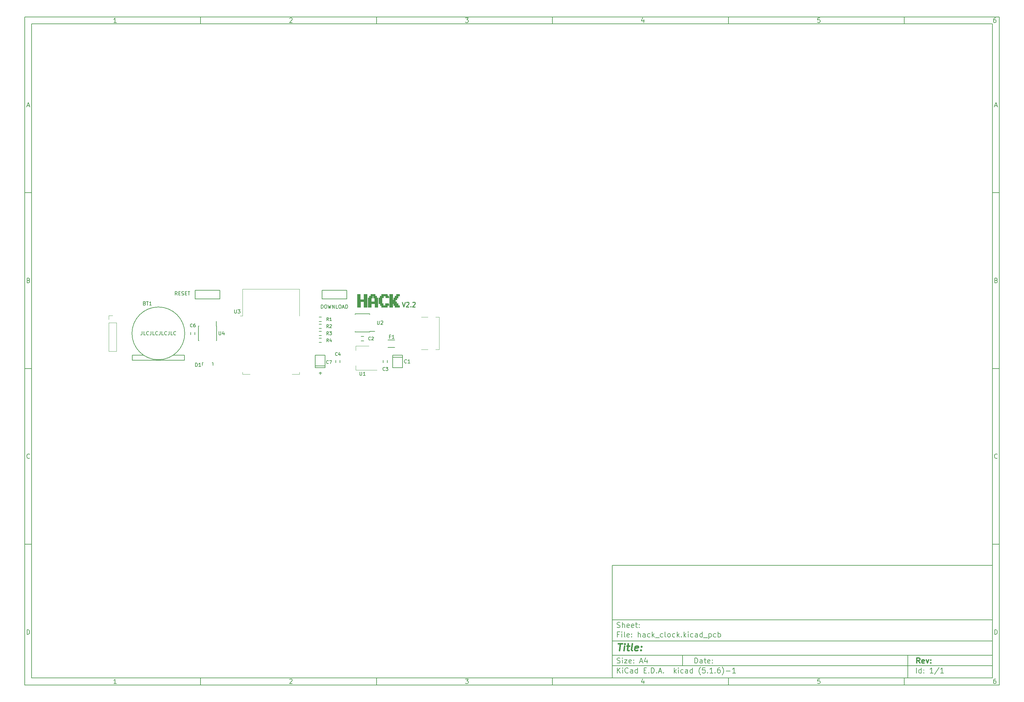
<source format=gto>
G04 #@! TF.GenerationSoftware,KiCad,Pcbnew,(5.1.6)-1*
G04 #@! TF.CreationDate,2020-07-24T11:40:27+08:00*
G04 #@! TF.ProjectId,hack_clock,6861636b-5f63-46c6-9f63-6b2e6b696361,rev?*
G04 #@! TF.SameCoordinates,Original*
G04 #@! TF.FileFunction,Legend,Top*
G04 #@! TF.FilePolarity,Positive*
%FSLAX46Y46*%
G04 Gerber Fmt 4.6, Leading zero omitted, Abs format (unit mm)*
G04 Created by KiCad (PCBNEW (5.1.6)-1) date 2020-07-24 11:40:27*
%MOMM*%
%LPD*%
G01*
G04 APERTURE LIST*
%ADD10C,0.150000*%
%ADD11C,0.300000*%
%ADD12C,0.400000*%
%ADD13C,0.280000*%
%ADD14C,0.200000*%
%ADD15C,0.180000*%
%ADD16C,0.120000*%
%ADD17C,0.010000*%
G04 APERTURE END LIST*
D10*
X177002200Y-166007200D02*
X177002200Y-198007200D01*
X285002200Y-198007200D01*
X285002200Y-166007200D01*
X177002200Y-166007200D01*
X10000000Y-10000000D02*
X10000000Y-200007200D01*
X287002200Y-200007200D01*
X287002200Y-10000000D01*
X10000000Y-10000000D01*
X12000000Y-12000000D02*
X12000000Y-198007200D01*
X285002200Y-198007200D01*
X285002200Y-12000000D01*
X12000000Y-12000000D01*
X60000000Y-12000000D02*
X60000000Y-10000000D01*
X110000000Y-12000000D02*
X110000000Y-10000000D01*
X160000000Y-12000000D02*
X160000000Y-10000000D01*
X210000000Y-12000000D02*
X210000000Y-10000000D01*
X260000000Y-12000000D02*
X260000000Y-10000000D01*
X36065476Y-11588095D02*
X35322619Y-11588095D01*
X35694047Y-11588095D02*
X35694047Y-10288095D01*
X35570238Y-10473809D01*
X35446428Y-10597619D01*
X35322619Y-10659523D01*
X85322619Y-10411904D02*
X85384523Y-10350000D01*
X85508333Y-10288095D01*
X85817857Y-10288095D01*
X85941666Y-10350000D01*
X86003571Y-10411904D01*
X86065476Y-10535714D01*
X86065476Y-10659523D01*
X86003571Y-10845238D01*
X85260714Y-11588095D01*
X86065476Y-11588095D01*
X135260714Y-10288095D02*
X136065476Y-10288095D01*
X135632142Y-10783333D01*
X135817857Y-10783333D01*
X135941666Y-10845238D01*
X136003571Y-10907142D01*
X136065476Y-11030952D01*
X136065476Y-11340476D01*
X136003571Y-11464285D01*
X135941666Y-11526190D01*
X135817857Y-11588095D01*
X135446428Y-11588095D01*
X135322619Y-11526190D01*
X135260714Y-11464285D01*
X185941666Y-10721428D02*
X185941666Y-11588095D01*
X185632142Y-10226190D02*
X185322619Y-11154761D01*
X186127380Y-11154761D01*
X236003571Y-10288095D02*
X235384523Y-10288095D01*
X235322619Y-10907142D01*
X235384523Y-10845238D01*
X235508333Y-10783333D01*
X235817857Y-10783333D01*
X235941666Y-10845238D01*
X236003571Y-10907142D01*
X236065476Y-11030952D01*
X236065476Y-11340476D01*
X236003571Y-11464285D01*
X235941666Y-11526190D01*
X235817857Y-11588095D01*
X235508333Y-11588095D01*
X235384523Y-11526190D01*
X235322619Y-11464285D01*
X285941666Y-10288095D02*
X285694047Y-10288095D01*
X285570238Y-10350000D01*
X285508333Y-10411904D01*
X285384523Y-10597619D01*
X285322619Y-10845238D01*
X285322619Y-11340476D01*
X285384523Y-11464285D01*
X285446428Y-11526190D01*
X285570238Y-11588095D01*
X285817857Y-11588095D01*
X285941666Y-11526190D01*
X286003571Y-11464285D01*
X286065476Y-11340476D01*
X286065476Y-11030952D01*
X286003571Y-10907142D01*
X285941666Y-10845238D01*
X285817857Y-10783333D01*
X285570238Y-10783333D01*
X285446428Y-10845238D01*
X285384523Y-10907142D01*
X285322619Y-11030952D01*
X60000000Y-198007200D02*
X60000000Y-200007200D01*
X110000000Y-198007200D02*
X110000000Y-200007200D01*
X160000000Y-198007200D02*
X160000000Y-200007200D01*
X210000000Y-198007200D02*
X210000000Y-200007200D01*
X260000000Y-198007200D02*
X260000000Y-200007200D01*
X36065476Y-199595295D02*
X35322619Y-199595295D01*
X35694047Y-199595295D02*
X35694047Y-198295295D01*
X35570238Y-198481009D01*
X35446428Y-198604819D01*
X35322619Y-198666723D01*
X85322619Y-198419104D02*
X85384523Y-198357200D01*
X85508333Y-198295295D01*
X85817857Y-198295295D01*
X85941666Y-198357200D01*
X86003571Y-198419104D01*
X86065476Y-198542914D01*
X86065476Y-198666723D01*
X86003571Y-198852438D01*
X85260714Y-199595295D01*
X86065476Y-199595295D01*
X135260714Y-198295295D02*
X136065476Y-198295295D01*
X135632142Y-198790533D01*
X135817857Y-198790533D01*
X135941666Y-198852438D01*
X136003571Y-198914342D01*
X136065476Y-199038152D01*
X136065476Y-199347676D01*
X136003571Y-199471485D01*
X135941666Y-199533390D01*
X135817857Y-199595295D01*
X135446428Y-199595295D01*
X135322619Y-199533390D01*
X135260714Y-199471485D01*
X185941666Y-198728628D02*
X185941666Y-199595295D01*
X185632142Y-198233390D02*
X185322619Y-199161961D01*
X186127380Y-199161961D01*
X236003571Y-198295295D02*
X235384523Y-198295295D01*
X235322619Y-198914342D01*
X235384523Y-198852438D01*
X235508333Y-198790533D01*
X235817857Y-198790533D01*
X235941666Y-198852438D01*
X236003571Y-198914342D01*
X236065476Y-199038152D01*
X236065476Y-199347676D01*
X236003571Y-199471485D01*
X235941666Y-199533390D01*
X235817857Y-199595295D01*
X235508333Y-199595295D01*
X235384523Y-199533390D01*
X235322619Y-199471485D01*
X285941666Y-198295295D02*
X285694047Y-198295295D01*
X285570238Y-198357200D01*
X285508333Y-198419104D01*
X285384523Y-198604819D01*
X285322619Y-198852438D01*
X285322619Y-199347676D01*
X285384523Y-199471485D01*
X285446428Y-199533390D01*
X285570238Y-199595295D01*
X285817857Y-199595295D01*
X285941666Y-199533390D01*
X286003571Y-199471485D01*
X286065476Y-199347676D01*
X286065476Y-199038152D01*
X286003571Y-198914342D01*
X285941666Y-198852438D01*
X285817857Y-198790533D01*
X285570238Y-198790533D01*
X285446428Y-198852438D01*
X285384523Y-198914342D01*
X285322619Y-199038152D01*
X10000000Y-60000000D02*
X12000000Y-60000000D01*
X10000000Y-110000000D02*
X12000000Y-110000000D01*
X10000000Y-160000000D02*
X12000000Y-160000000D01*
X10690476Y-35216666D02*
X11309523Y-35216666D01*
X10566666Y-35588095D02*
X11000000Y-34288095D01*
X11433333Y-35588095D01*
X11092857Y-84907142D02*
X11278571Y-84969047D01*
X11340476Y-85030952D01*
X11402380Y-85154761D01*
X11402380Y-85340476D01*
X11340476Y-85464285D01*
X11278571Y-85526190D01*
X11154761Y-85588095D01*
X10659523Y-85588095D01*
X10659523Y-84288095D01*
X11092857Y-84288095D01*
X11216666Y-84350000D01*
X11278571Y-84411904D01*
X11340476Y-84535714D01*
X11340476Y-84659523D01*
X11278571Y-84783333D01*
X11216666Y-84845238D01*
X11092857Y-84907142D01*
X10659523Y-84907142D01*
X11402380Y-135464285D02*
X11340476Y-135526190D01*
X11154761Y-135588095D01*
X11030952Y-135588095D01*
X10845238Y-135526190D01*
X10721428Y-135402380D01*
X10659523Y-135278571D01*
X10597619Y-135030952D01*
X10597619Y-134845238D01*
X10659523Y-134597619D01*
X10721428Y-134473809D01*
X10845238Y-134350000D01*
X11030952Y-134288095D01*
X11154761Y-134288095D01*
X11340476Y-134350000D01*
X11402380Y-134411904D01*
X10659523Y-185588095D02*
X10659523Y-184288095D01*
X10969047Y-184288095D01*
X11154761Y-184350000D01*
X11278571Y-184473809D01*
X11340476Y-184597619D01*
X11402380Y-184845238D01*
X11402380Y-185030952D01*
X11340476Y-185278571D01*
X11278571Y-185402380D01*
X11154761Y-185526190D01*
X10969047Y-185588095D01*
X10659523Y-185588095D01*
X287002200Y-60000000D02*
X285002200Y-60000000D01*
X287002200Y-110000000D02*
X285002200Y-110000000D01*
X287002200Y-160000000D02*
X285002200Y-160000000D01*
X285692676Y-35216666D02*
X286311723Y-35216666D01*
X285568866Y-35588095D02*
X286002200Y-34288095D01*
X286435533Y-35588095D01*
X286095057Y-84907142D02*
X286280771Y-84969047D01*
X286342676Y-85030952D01*
X286404580Y-85154761D01*
X286404580Y-85340476D01*
X286342676Y-85464285D01*
X286280771Y-85526190D01*
X286156961Y-85588095D01*
X285661723Y-85588095D01*
X285661723Y-84288095D01*
X286095057Y-84288095D01*
X286218866Y-84350000D01*
X286280771Y-84411904D01*
X286342676Y-84535714D01*
X286342676Y-84659523D01*
X286280771Y-84783333D01*
X286218866Y-84845238D01*
X286095057Y-84907142D01*
X285661723Y-84907142D01*
X286404580Y-135464285D02*
X286342676Y-135526190D01*
X286156961Y-135588095D01*
X286033152Y-135588095D01*
X285847438Y-135526190D01*
X285723628Y-135402380D01*
X285661723Y-135278571D01*
X285599819Y-135030952D01*
X285599819Y-134845238D01*
X285661723Y-134597619D01*
X285723628Y-134473809D01*
X285847438Y-134350000D01*
X286033152Y-134288095D01*
X286156961Y-134288095D01*
X286342676Y-134350000D01*
X286404580Y-134411904D01*
X285661723Y-185588095D02*
X285661723Y-184288095D01*
X285971247Y-184288095D01*
X286156961Y-184350000D01*
X286280771Y-184473809D01*
X286342676Y-184597619D01*
X286404580Y-184845238D01*
X286404580Y-185030952D01*
X286342676Y-185278571D01*
X286280771Y-185402380D01*
X286156961Y-185526190D01*
X285971247Y-185588095D01*
X285661723Y-185588095D01*
X200434342Y-193785771D02*
X200434342Y-192285771D01*
X200791485Y-192285771D01*
X201005771Y-192357200D01*
X201148628Y-192500057D01*
X201220057Y-192642914D01*
X201291485Y-192928628D01*
X201291485Y-193142914D01*
X201220057Y-193428628D01*
X201148628Y-193571485D01*
X201005771Y-193714342D01*
X200791485Y-193785771D01*
X200434342Y-193785771D01*
X202577200Y-193785771D02*
X202577200Y-193000057D01*
X202505771Y-192857200D01*
X202362914Y-192785771D01*
X202077200Y-192785771D01*
X201934342Y-192857200D01*
X202577200Y-193714342D02*
X202434342Y-193785771D01*
X202077200Y-193785771D01*
X201934342Y-193714342D01*
X201862914Y-193571485D01*
X201862914Y-193428628D01*
X201934342Y-193285771D01*
X202077200Y-193214342D01*
X202434342Y-193214342D01*
X202577200Y-193142914D01*
X203077200Y-192785771D02*
X203648628Y-192785771D01*
X203291485Y-192285771D02*
X203291485Y-193571485D01*
X203362914Y-193714342D01*
X203505771Y-193785771D01*
X203648628Y-193785771D01*
X204720057Y-193714342D02*
X204577200Y-193785771D01*
X204291485Y-193785771D01*
X204148628Y-193714342D01*
X204077200Y-193571485D01*
X204077200Y-193000057D01*
X204148628Y-192857200D01*
X204291485Y-192785771D01*
X204577200Y-192785771D01*
X204720057Y-192857200D01*
X204791485Y-193000057D01*
X204791485Y-193142914D01*
X204077200Y-193285771D01*
X205434342Y-193642914D02*
X205505771Y-193714342D01*
X205434342Y-193785771D01*
X205362914Y-193714342D01*
X205434342Y-193642914D01*
X205434342Y-193785771D01*
X205434342Y-192857200D02*
X205505771Y-192928628D01*
X205434342Y-193000057D01*
X205362914Y-192928628D01*
X205434342Y-192857200D01*
X205434342Y-193000057D01*
X177002200Y-194507200D02*
X285002200Y-194507200D01*
X178434342Y-196585771D02*
X178434342Y-195085771D01*
X179291485Y-196585771D02*
X178648628Y-195728628D01*
X179291485Y-195085771D02*
X178434342Y-195942914D01*
X179934342Y-196585771D02*
X179934342Y-195585771D01*
X179934342Y-195085771D02*
X179862914Y-195157200D01*
X179934342Y-195228628D01*
X180005771Y-195157200D01*
X179934342Y-195085771D01*
X179934342Y-195228628D01*
X181505771Y-196442914D02*
X181434342Y-196514342D01*
X181220057Y-196585771D01*
X181077200Y-196585771D01*
X180862914Y-196514342D01*
X180720057Y-196371485D01*
X180648628Y-196228628D01*
X180577200Y-195942914D01*
X180577200Y-195728628D01*
X180648628Y-195442914D01*
X180720057Y-195300057D01*
X180862914Y-195157200D01*
X181077200Y-195085771D01*
X181220057Y-195085771D01*
X181434342Y-195157200D01*
X181505771Y-195228628D01*
X182791485Y-196585771D02*
X182791485Y-195800057D01*
X182720057Y-195657200D01*
X182577200Y-195585771D01*
X182291485Y-195585771D01*
X182148628Y-195657200D01*
X182791485Y-196514342D02*
X182648628Y-196585771D01*
X182291485Y-196585771D01*
X182148628Y-196514342D01*
X182077200Y-196371485D01*
X182077200Y-196228628D01*
X182148628Y-196085771D01*
X182291485Y-196014342D01*
X182648628Y-196014342D01*
X182791485Y-195942914D01*
X184148628Y-196585771D02*
X184148628Y-195085771D01*
X184148628Y-196514342D02*
X184005771Y-196585771D01*
X183720057Y-196585771D01*
X183577200Y-196514342D01*
X183505771Y-196442914D01*
X183434342Y-196300057D01*
X183434342Y-195871485D01*
X183505771Y-195728628D01*
X183577200Y-195657200D01*
X183720057Y-195585771D01*
X184005771Y-195585771D01*
X184148628Y-195657200D01*
X186005771Y-195800057D02*
X186505771Y-195800057D01*
X186720057Y-196585771D02*
X186005771Y-196585771D01*
X186005771Y-195085771D01*
X186720057Y-195085771D01*
X187362914Y-196442914D02*
X187434342Y-196514342D01*
X187362914Y-196585771D01*
X187291485Y-196514342D01*
X187362914Y-196442914D01*
X187362914Y-196585771D01*
X188077200Y-196585771D02*
X188077200Y-195085771D01*
X188434342Y-195085771D01*
X188648628Y-195157200D01*
X188791485Y-195300057D01*
X188862914Y-195442914D01*
X188934342Y-195728628D01*
X188934342Y-195942914D01*
X188862914Y-196228628D01*
X188791485Y-196371485D01*
X188648628Y-196514342D01*
X188434342Y-196585771D01*
X188077200Y-196585771D01*
X189577200Y-196442914D02*
X189648628Y-196514342D01*
X189577200Y-196585771D01*
X189505771Y-196514342D01*
X189577200Y-196442914D01*
X189577200Y-196585771D01*
X190220057Y-196157200D02*
X190934342Y-196157200D01*
X190077200Y-196585771D02*
X190577200Y-195085771D01*
X191077200Y-196585771D01*
X191577200Y-196442914D02*
X191648628Y-196514342D01*
X191577200Y-196585771D01*
X191505771Y-196514342D01*
X191577200Y-196442914D01*
X191577200Y-196585771D01*
X194577200Y-196585771D02*
X194577200Y-195085771D01*
X194720057Y-196014342D02*
X195148628Y-196585771D01*
X195148628Y-195585771D02*
X194577200Y-196157200D01*
X195791485Y-196585771D02*
X195791485Y-195585771D01*
X195791485Y-195085771D02*
X195720057Y-195157200D01*
X195791485Y-195228628D01*
X195862914Y-195157200D01*
X195791485Y-195085771D01*
X195791485Y-195228628D01*
X197148628Y-196514342D02*
X197005771Y-196585771D01*
X196720057Y-196585771D01*
X196577200Y-196514342D01*
X196505771Y-196442914D01*
X196434342Y-196300057D01*
X196434342Y-195871485D01*
X196505771Y-195728628D01*
X196577200Y-195657200D01*
X196720057Y-195585771D01*
X197005771Y-195585771D01*
X197148628Y-195657200D01*
X198434342Y-196585771D02*
X198434342Y-195800057D01*
X198362914Y-195657200D01*
X198220057Y-195585771D01*
X197934342Y-195585771D01*
X197791485Y-195657200D01*
X198434342Y-196514342D02*
X198291485Y-196585771D01*
X197934342Y-196585771D01*
X197791485Y-196514342D01*
X197720057Y-196371485D01*
X197720057Y-196228628D01*
X197791485Y-196085771D01*
X197934342Y-196014342D01*
X198291485Y-196014342D01*
X198434342Y-195942914D01*
X199791485Y-196585771D02*
X199791485Y-195085771D01*
X199791485Y-196514342D02*
X199648628Y-196585771D01*
X199362914Y-196585771D01*
X199220057Y-196514342D01*
X199148628Y-196442914D01*
X199077200Y-196300057D01*
X199077200Y-195871485D01*
X199148628Y-195728628D01*
X199220057Y-195657200D01*
X199362914Y-195585771D01*
X199648628Y-195585771D01*
X199791485Y-195657200D01*
X202077200Y-197157200D02*
X202005771Y-197085771D01*
X201862914Y-196871485D01*
X201791485Y-196728628D01*
X201720057Y-196514342D01*
X201648628Y-196157200D01*
X201648628Y-195871485D01*
X201720057Y-195514342D01*
X201791485Y-195300057D01*
X201862914Y-195157200D01*
X202005771Y-194942914D01*
X202077200Y-194871485D01*
X203362914Y-195085771D02*
X202648628Y-195085771D01*
X202577200Y-195800057D01*
X202648628Y-195728628D01*
X202791485Y-195657200D01*
X203148628Y-195657200D01*
X203291485Y-195728628D01*
X203362914Y-195800057D01*
X203434342Y-195942914D01*
X203434342Y-196300057D01*
X203362914Y-196442914D01*
X203291485Y-196514342D01*
X203148628Y-196585771D01*
X202791485Y-196585771D01*
X202648628Y-196514342D01*
X202577200Y-196442914D01*
X204077200Y-196442914D02*
X204148628Y-196514342D01*
X204077200Y-196585771D01*
X204005771Y-196514342D01*
X204077200Y-196442914D01*
X204077200Y-196585771D01*
X205577200Y-196585771D02*
X204720057Y-196585771D01*
X205148628Y-196585771D02*
X205148628Y-195085771D01*
X205005771Y-195300057D01*
X204862914Y-195442914D01*
X204720057Y-195514342D01*
X206220057Y-196442914D02*
X206291485Y-196514342D01*
X206220057Y-196585771D01*
X206148628Y-196514342D01*
X206220057Y-196442914D01*
X206220057Y-196585771D01*
X207577200Y-195085771D02*
X207291485Y-195085771D01*
X207148628Y-195157200D01*
X207077200Y-195228628D01*
X206934342Y-195442914D01*
X206862914Y-195728628D01*
X206862914Y-196300057D01*
X206934342Y-196442914D01*
X207005771Y-196514342D01*
X207148628Y-196585771D01*
X207434342Y-196585771D01*
X207577200Y-196514342D01*
X207648628Y-196442914D01*
X207720057Y-196300057D01*
X207720057Y-195942914D01*
X207648628Y-195800057D01*
X207577200Y-195728628D01*
X207434342Y-195657200D01*
X207148628Y-195657200D01*
X207005771Y-195728628D01*
X206934342Y-195800057D01*
X206862914Y-195942914D01*
X208220057Y-197157200D02*
X208291485Y-197085771D01*
X208434342Y-196871485D01*
X208505771Y-196728628D01*
X208577200Y-196514342D01*
X208648628Y-196157200D01*
X208648628Y-195871485D01*
X208577200Y-195514342D01*
X208505771Y-195300057D01*
X208434342Y-195157200D01*
X208291485Y-194942914D01*
X208220057Y-194871485D01*
X209362914Y-196014342D02*
X210505771Y-196014342D01*
X212005771Y-196585771D02*
X211148628Y-196585771D01*
X211577200Y-196585771D02*
X211577200Y-195085771D01*
X211434342Y-195300057D01*
X211291485Y-195442914D01*
X211148628Y-195514342D01*
X177002200Y-191507200D02*
X285002200Y-191507200D01*
D11*
X264411485Y-193785771D02*
X263911485Y-193071485D01*
X263554342Y-193785771D02*
X263554342Y-192285771D01*
X264125771Y-192285771D01*
X264268628Y-192357200D01*
X264340057Y-192428628D01*
X264411485Y-192571485D01*
X264411485Y-192785771D01*
X264340057Y-192928628D01*
X264268628Y-193000057D01*
X264125771Y-193071485D01*
X263554342Y-193071485D01*
X265625771Y-193714342D02*
X265482914Y-193785771D01*
X265197200Y-193785771D01*
X265054342Y-193714342D01*
X264982914Y-193571485D01*
X264982914Y-193000057D01*
X265054342Y-192857200D01*
X265197200Y-192785771D01*
X265482914Y-192785771D01*
X265625771Y-192857200D01*
X265697200Y-193000057D01*
X265697200Y-193142914D01*
X264982914Y-193285771D01*
X266197200Y-192785771D02*
X266554342Y-193785771D01*
X266911485Y-192785771D01*
X267482914Y-193642914D02*
X267554342Y-193714342D01*
X267482914Y-193785771D01*
X267411485Y-193714342D01*
X267482914Y-193642914D01*
X267482914Y-193785771D01*
X267482914Y-192857200D02*
X267554342Y-192928628D01*
X267482914Y-193000057D01*
X267411485Y-192928628D01*
X267482914Y-192857200D01*
X267482914Y-193000057D01*
D10*
X178362914Y-193714342D02*
X178577200Y-193785771D01*
X178934342Y-193785771D01*
X179077200Y-193714342D01*
X179148628Y-193642914D01*
X179220057Y-193500057D01*
X179220057Y-193357200D01*
X179148628Y-193214342D01*
X179077200Y-193142914D01*
X178934342Y-193071485D01*
X178648628Y-193000057D01*
X178505771Y-192928628D01*
X178434342Y-192857200D01*
X178362914Y-192714342D01*
X178362914Y-192571485D01*
X178434342Y-192428628D01*
X178505771Y-192357200D01*
X178648628Y-192285771D01*
X179005771Y-192285771D01*
X179220057Y-192357200D01*
X179862914Y-193785771D02*
X179862914Y-192785771D01*
X179862914Y-192285771D02*
X179791485Y-192357200D01*
X179862914Y-192428628D01*
X179934342Y-192357200D01*
X179862914Y-192285771D01*
X179862914Y-192428628D01*
X180434342Y-192785771D02*
X181220057Y-192785771D01*
X180434342Y-193785771D01*
X181220057Y-193785771D01*
X182362914Y-193714342D02*
X182220057Y-193785771D01*
X181934342Y-193785771D01*
X181791485Y-193714342D01*
X181720057Y-193571485D01*
X181720057Y-193000057D01*
X181791485Y-192857200D01*
X181934342Y-192785771D01*
X182220057Y-192785771D01*
X182362914Y-192857200D01*
X182434342Y-193000057D01*
X182434342Y-193142914D01*
X181720057Y-193285771D01*
X183077200Y-193642914D02*
X183148628Y-193714342D01*
X183077200Y-193785771D01*
X183005771Y-193714342D01*
X183077200Y-193642914D01*
X183077200Y-193785771D01*
X183077200Y-192857200D02*
X183148628Y-192928628D01*
X183077200Y-193000057D01*
X183005771Y-192928628D01*
X183077200Y-192857200D01*
X183077200Y-193000057D01*
X184862914Y-193357200D02*
X185577200Y-193357200D01*
X184720057Y-193785771D02*
X185220057Y-192285771D01*
X185720057Y-193785771D01*
X186862914Y-192785771D02*
X186862914Y-193785771D01*
X186505771Y-192214342D02*
X186148628Y-193285771D01*
X187077200Y-193285771D01*
X263434342Y-196585771D02*
X263434342Y-195085771D01*
X264791485Y-196585771D02*
X264791485Y-195085771D01*
X264791485Y-196514342D02*
X264648628Y-196585771D01*
X264362914Y-196585771D01*
X264220057Y-196514342D01*
X264148628Y-196442914D01*
X264077200Y-196300057D01*
X264077200Y-195871485D01*
X264148628Y-195728628D01*
X264220057Y-195657200D01*
X264362914Y-195585771D01*
X264648628Y-195585771D01*
X264791485Y-195657200D01*
X265505771Y-196442914D02*
X265577200Y-196514342D01*
X265505771Y-196585771D01*
X265434342Y-196514342D01*
X265505771Y-196442914D01*
X265505771Y-196585771D01*
X265505771Y-195657200D02*
X265577200Y-195728628D01*
X265505771Y-195800057D01*
X265434342Y-195728628D01*
X265505771Y-195657200D01*
X265505771Y-195800057D01*
X268148628Y-196585771D02*
X267291485Y-196585771D01*
X267720057Y-196585771D02*
X267720057Y-195085771D01*
X267577200Y-195300057D01*
X267434342Y-195442914D01*
X267291485Y-195514342D01*
X269862914Y-195014342D02*
X268577200Y-196942914D01*
X271148628Y-196585771D02*
X270291485Y-196585771D01*
X270720057Y-196585771D02*
X270720057Y-195085771D01*
X270577200Y-195300057D01*
X270434342Y-195442914D01*
X270291485Y-195514342D01*
X177002200Y-187507200D02*
X285002200Y-187507200D01*
D12*
X178714580Y-188211961D02*
X179857438Y-188211961D01*
X179036009Y-190211961D02*
X179286009Y-188211961D01*
X180274104Y-190211961D02*
X180440771Y-188878628D01*
X180524104Y-188211961D02*
X180416961Y-188307200D01*
X180500295Y-188402438D01*
X180607438Y-188307200D01*
X180524104Y-188211961D01*
X180500295Y-188402438D01*
X181107438Y-188878628D02*
X181869342Y-188878628D01*
X181476485Y-188211961D02*
X181262200Y-189926247D01*
X181333628Y-190116723D01*
X181512200Y-190211961D01*
X181702676Y-190211961D01*
X182655057Y-190211961D02*
X182476485Y-190116723D01*
X182405057Y-189926247D01*
X182619342Y-188211961D01*
X184190771Y-190116723D02*
X183988390Y-190211961D01*
X183607438Y-190211961D01*
X183428866Y-190116723D01*
X183357438Y-189926247D01*
X183452676Y-189164342D01*
X183571723Y-188973866D01*
X183774104Y-188878628D01*
X184155057Y-188878628D01*
X184333628Y-188973866D01*
X184405057Y-189164342D01*
X184381247Y-189354819D01*
X183405057Y-189545295D01*
X185155057Y-190021485D02*
X185238390Y-190116723D01*
X185131247Y-190211961D01*
X185047914Y-190116723D01*
X185155057Y-190021485D01*
X185131247Y-190211961D01*
X185286009Y-188973866D02*
X185369342Y-189069104D01*
X185262200Y-189164342D01*
X185178866Y-189069104D01*
X185286009Y-188973866D01*
X185262200Y-189164342D01*
D10*
X178934342Y-185600057D02*
X178434342Y-185600057D01*
X178434342Y-186385771D02*
X178434342Y-184885771D01*
X179148628Y-184885771D01*
X179720057Y-186385771D02*
X179720057Y-185385771D01*
X179720057Y-184885771D02*
X179648628Y-184957200D01*
X179720057Y-185028628D01*
X179791485Y-184957200D01*
X179720057Y-184885771D01*
X179720057Y-185028628D01*
X180648628Y-186385771D02*
X180505771Y-186314342D01*
X180434342Y-186171485D01*
X180434342Y-184885771D01*
X181791485Y-186314342D02*
X181648628Y-186385771D01*
X181362914Y-186385771D01*
X181220057Y-186314342D01*
X181148628Y-186171485D01*
X181148628Y-185600057D01*
X181220057Y-185457200D01*
X181362914Y-185385771D01*
X181648628Y-185385771D01*
X181791485Y-185457200D01*
X181862914Y-185600057D01*
X181862914Y-185742914D01*
X181148628Y-185885771D01*
X182505771Y-186242914D02*
X182577200Y-186314342D01*
X182505771Y-186385771D01*
X182434342Y-186314342D01*
X182505771Y-186242914D01*
X182505771Y-186385771D01*
X182505771Y-185457200D02*
X182577200Y-185528628D01*
X182505771Y-185600057D01*
X182434342Y-185528628D01*
X182505771Y-185457200D01*
X182505771Y-185600057D01*
X184362914Y-186385771D02*
X184362914Y-184885771D01*
X185005771Y-186385771D02*
X185005771Y-185600057D01*
X184934342Y-185457200D01*
X184791485Y-185385771D01*
X184577200Y-185385771D01*
X184434342Y-185457200D01*
X184362914Y-185528628D01*
X186362914Y-186385771D02*
X186362914Y-185600057D01*
X186291485Y-185457200D01*
X186148628Y-185385771D01*
X185862914Y-185385771D01*
X185720057Y-185457200D01*
X186362914Y-186314342D02*
X186220057Y-186385771D01*
X185862914Y-186385771D01*
X185720057Y-186314342D01*
X185648628Y-186171485D01*
X185648628Y-186028628D01*
X185720057Y-185885771D01*
X185862914Y-185814342D01*
X186220057Y-185814342D01*
X186362914Y-185742914D01*
X187720057Y-186314342D02*
X187577200Y-186385771D01*
X187291485Y-186385771D01*
X187148628Y-186314342D01*
X187077200Y-186242914D01*
X187005771Y-186100057D01*
X187005771Y-185671485D01*
X187077200Y-185528628D01*
X187148628Y-185457200D01*
X187291485Y-185385771D01*
X187577200Y-185385771D01*
X187720057Y-185457200D01*
X188362914Y-186385771D02*
X188362914Y-184885771D01*
X188505771Y-185814342D02*
X188934342Y-186385771D01*
X188934342Y-185385771D02*
X188362914Y-185957200D01*
X189220057Y-186528628D02*
X190362914Y-186528628D01*
X191362914Y-186314342D02*
X191220057Y-186385771D01*
X190934342Y-186385771D01*
X190791485Y-186314342D01*
X190720057Y-186242914D01*
X190648628Y-186100057D01*
X190648628Y-185671485D01*
X190720057Y-185528628D01*
X190791485Y-185457200D01*
X190934342Y-185385771D01*
X191220057Y-185385771D01*
X191362914Y-185457200D01*
X192220057Y-186385771D02*
X192077200Y-186314342D01*
X192005771Y-186171485D01*
X192005771Y-184885771D01*
X193005771Y-186385771D02*
X192862914Y-186314342D01*
X192791485Y-186242914D01*
X192720057Y-186100057D01*
X192720057Y-185671485D01*
X192791485Y-185528628D01*
X192862914Y-185457200D01*
X193005771Y-185385771D01*
X193220057Y-185385771D01*
X193362914Y-185457200D01*
X193434342Y-185528628D01*
X193505771Y-185671485D01*
X193505771Y-186100057D01*
X193434342Y-186242914D01*
X193362914Y-186314342D01*
X193220057Y-186385771D01*
X193005771Y-186385771D01*
X194791485Y-186314342D02*
X194648628Y-186385771D01*
X194362914Y-186385771D01*
X194220057Y-186314342D01*
X194148628Y-186242914D01*
X194077200Y-186100057D01*
X194077200Y-185671485D01*
X194148628Y-185528628D01*
X194220057Y-185457200D01*
X194362914Y-185385771D01*
X194648628Y-185385771D01*
X194791485Y-185457200D01*
X195434342Y-186385771D02*
X195434342Y-184885771D01*
X195577200Y-185814342D02*
X196005771Y-186385771D01*
X196005771Y-185385771D02*
X195434342Y-185957200D01*
X196648628Y-186242914D02*
X196720057Y-186314342D01*
X196648628Y-186385771D01*
X196577200Y-186314342D01*
X196648628Y-186242914D01*
X196648628Y-186385771D01*
X197362914Y-186385771D02*
X197362914Y-184885771D01*
X197505771Y-185814342D02*
X197934342Y-186385771D01*
X197934342Y-185385771D02*
X197362914Y-185957200D01*
X198577200Y-186385771D02*
X198577200Y-185385771D01*
X198577200Y-184885771D02*
X198505771Y-184957200D01*
X198577200Y-185028628D01*
X198648628Y-184957200D01*
X198577200Y-184885771D01*
X198577200Y-185028628D01*
X199934342Y-186314342D02*
X199791485Y-186385771D01*
X199505771Y-186385771D01*
X199362914Y-186314342D01*
X199291485Y-186242914D01*
X199220057Y-186100057D01*
X199220057Y-185671485D01*
X199291485Y-185528628D01*
X199362914Y-185457200D01*
X199505771Y-185385771D01*
X199791485Y-185385771D01*
X199934342Y-185457200D01*
X201220057Y-186385771D02*
X201220057Y-185600057D01*
X201148628Y-185457200D01*
X201005771Y-185385771D01*
X200720057Y-185385771D01*
X200577200Y-185457200D01*
X201220057Y-186314342D02*
X201077200Y-186385771D01*
X200720057Y-186385771D01*
X200577200Y-186314342D01*
X200505771Y-186171485D01*
X200505771Y-186028628D01*
X200577200Y-185885771D01*
X200720057Y-185814342D01*
X201077200Y-185814342D01*
X201220057Y-185742914D01*
X202577200Y-186385771D02*
X202577200Y-184885771D01*
X202577200Y-186314342D02*
X202434342Y-186385771D01*
X202148628Y-186385771D01*
X202005771Y-186314342D01*
X201934342Y-186242914D01*
X201862914Y-186100057D01*
X201862914Y-185671485D01*
X201934342Y-185528628D01*
X202005771Y-185457200D01*
X202148628Y-185385771D01*
X202434342Y-185385771D01*
X202577200Y-185457200D01*
X202934342Y-186528628D02*
X204077200Y-186528628D01*
X204434342Y-185385771D02*
X204434342Y-186885771D01*
X204434342Y-185457200D02*
X204577200Y-185385771D01*
X204862914Y-185385771D01*
X205005771Y-185457200D01*
X205077200Y-185528628D01*
X205148628Y-185671485D01*
X205148628Y-186100057D01*
X205077200Y-186242914D01*
X205005771Y-186314342D01*
X204862914Y-186385771D01*
X204577200Y-186385771D01*
X204434342Y-186314342D01*
X206434342Y-186314342D02*
X206291485Y-186385771D01*
X206005771Y-186385771D01*
X205862914Y-186314342D01*
X205791485Y-186242914D01*
X205720057Y-186100057D01*
X205720057Y-185671485D01*
X205791485Y-185528628D01*
X205862914Y-185457200D01*
X206005771Y-185385771D01*
X206291485Y-185385771D01*
X206434342Y-185457200D01*
X207077200Y-186385771D02*
X207077200Y-184885771D01*
X207077200Y-185457200D02*
X207220057Y-185385771D01*
X207505771Y-185385771D01*
X207648628Y-185457200D01*
X207720057Y-185528628D01*
X207791485Y-185671485D01*
X207791485Y-186100057D01*
X207720057Y-186242914D01*
X207648628Y-186314342D01*
X207505771Y-186385771D01*
X207220057Y-186385771D01*
X207077200Y-186314342D01*
X177002200Y-181507200D02*
X285002200Y-181507200D01*
X178362914Y-183614342D02*
X178577200Y-183685771D01*
X178934342Y-183685771D01*
X179077200Y-183614342D01*
X179148628Y-183542914D01*
X179220057Y-183400057D01*
X179220057Y-183257200D01*
X179148628Y-183114342D01*
X179077200Y-183042914D01*
X178934342Y-182971485D01*
X178648628Y-182900057D01*
X178505771Y-182828628D01*
X178434342Y-182757200D01*
X178362914Y-182614342D01*
X178362914Y-182471485D01*
X178434342Y-182328628D01*
X178505771Y-182257200D01*
X178648628Y-182185771D01*
X179005771Y-182185771D01*
X179220057Y-182257200D01*
X179862914Y-183685771D02*
X179862914Y-182185771D01*
X180505771Y-183685771D02*
X180505771Y-182900057D01*
X180434342Y-182757200D01*
X180291485Y-182685771D01*
X180077200Y-182685771D01*
X179934342Y-182757200D01*
X179862914Y-182828628D01*
X181791485Y-183614342D02*
X181648628Y-183685771D01*
X181362914Y-183685771D01*
X181220057Y-183614342D01*
X181148628Y-183471485D01*
X181148628Y-182900057D01*
X181220057Y-182757200D01*
X181362914Y-182685771D01*
X181648628Y-182685771D01*
X181791485Y-182757200D01*
X181862914Y-182900057D01*
X181862914Y-183042914D01*
X181148628Y-183185771D01*
X183077200Y-183614342D02*
X182934342Y-183685771D01*
X182648628Y-183685771D01*
X182505771Y-183614342D01*
X182434342Y-183471485D01*
X182434342Y-182900057D01*
X182505771Y-182757200D01*
X182648628Y-182685771D01*
X182934342Y-182685771D01*
X183077200Y-182757200D01*
X183148628Y-182900057D01*
X183148628Y-183042914D01*
X182434342Y-183185771D01*
X183577200Y-182685771D02*
X184148628Y-182685771D01*
X183791485Y-182185771D02*
X183791485Y-183471485D01*
X183862914Y-183614342D01*
X184005771Y-183685771D01*
X184148628Y-183685771D01*
X184648628Y-183542914D02*
X184720057Y-183614342D01*
X184648628Y-183685771D01*
X184577200Y-183614342D01*
X184648628Y-183542914D01*
X184648628Y-183685771D01*
X184648628Y-182757200D02*
X184720057Y-182828628D01*
X184648628Y-182900057D01*
X184577200Y-182828628D01*
X184648628Y-182757200D01*
X184648628Y-182900057D01*
X197002200Y-191507200D02*
X197002200Y-194507200D01*
X261002200Y-191507200D02*
X261002200Y-198007200D01*
X93639047Y-111311428D02*
X94400952Y-111311428D01*
X94020000Y-111692380D02*
X94020000Y-110930476D01*
X43380952Y-99452380D02*
X43380952Y-100166666D01*
X43333333Y-100309523D01*
X43238095Y-100404761D01*
X43095238Y-100452380D01*
X43000000Y-100452380D01*
X44333333Y-100452380D02*
X43857142Y-100452380D01*
X43857142Y-99452380D01*
X45238095Y-100357142D02*
X45190476Y-100404761D01*
X45047619Y-100452380D01*
X44952380Y-100452380D01*
X44809523Y-100404761D01*
X44714285Y-100309523D01*
X44666666Y-100214285D01*
X44619047Y-100023809D01*
X44619047Y-99880952D01*
X44666666Y-99690476D01*
X44714285Y-99595238D01*
X44809523Y-99500000D01*
X44952380Y-99452380D01*
X45047619Y-99452380D01*
X45190476Y-99500000D01*
X45238095Y-99547619D01*
X45952380Y-99452380D02*
X45952380Y-100166666D01*
X45904761Y-100309523D01*
X45809523Y-100404761D01*
X45666666Y-100452380D01*
X45571428Y-100452380D01*
X46904761Y-100452380D02*
X46428571Y-100452380D01*
X46428571Y-99452380D01*
X47809523Y-100357142D02*
X47761904Y-100404761D01*
X47619047Y-100452380D01*
X47523809Y-100452380D01*
X47380952Y-100404761D01*
X47285714Y-100309523D01*
X47238095Y-100214285D01*
X47190476Y-100023809D01*
X47190476Y-99880952D01*
X47238095Y-99690476D01*
X47285714Y-99595238D01*
X47380952Y-99500000D01*
X47523809Y-99452380D01*
X47619047Y-99452380D01*
X47761904Y-99500000D01*
X47809523Y-99547619D01*
X48523809Y-99452380D02*
X48523809Y-100166666D01*
X48476190Y-100309523D01*
X48380952Y-100404761D01*
X48238095Y-100452380D01*
X48142857Y-100452380D01*
X49476190Y-100452380D02*
X49000000Y-100452380D01*
X49000000Y-99452380D01*
X50380952Y-100357142D02*
X50333333Y-100404761D01*
X50190476Y-100452380D01*
X50095238Y-100452380D01*
X49952380Y-100404761D01*
X49857142Y-100309523D01*
X49809523Y-100214285D01*
X49761904Y-100023809D01*
X49761904Y-99880952D01*
X49809523Y-99690476D01*
X49857142Y-99595238D01*
X49952380Y-99500000D01*
X50095238Y-99452380D01*
X50190476Y-99452380D01*
X50333333Y-99500000D01*
X50380952Y-99547619D01*
X51095238Y-99452380D02*
X51095238Y-100166666D01*
X51047619Y-100309523D01*
X50952380Y-100404761D01*
X50809523Y-100452380D01*
X50714285Y-100452380D01*
X52047619Y-100452380D02*
X51571428Y-100452380D01*
X51571428Y-99452380D01*
X52952380Y-100357142D02*
X52904761Y-100404761D01*
X52761904Y-100452380D01*
X52666666Y-100452380D01*
X52523809Y-100404761D01*
X52428571Y-100309523D01*
X52380952Y-100214285D01*
X52333333Y-100023809D01*
X52333333Y-99880952D01*
X52380952Y-99690476D01*
X52428571Y-99595238D01*
X52523809Y-99500000D01*
X52666666Y-99452380D01*
X52761904Y-99452380D01*
X52904761Y-99500000D01*
X52952380Y-99547619D01*
D13*
X117310476Y-91095238D02*
X117723809Y-92455238D01*
X118137142Y-91095238D01*
X118491428Y-91224761D02*
X118550476Y-91160000D01*
X118668571Y-91095238D01*
X118963809Y-91095238D01*
X119081904Y-91160000D01*
X119140952Y-91224761D01*
X119200000Y-91354285D01*
X119200000Y-91483809D01*
X119140952Y-91678095D01*
X118432380Y-92455238D01*
X119200000Y-92455238D01*
X119731428Y-92325714D02*
X119790476Y-92390476D01*
X119731428Y-92455238D01*
X119672380Y-92390476D01*
X119731428Y-92325714D01*
X119731428Y-92455238D01*
X120262857Y-91224761D02*
X120321904Y-91160000D01*
X120440000Y-91095238D01*
X120735238Y-91095238D01*
X120853333Y-91160000D01*
X120912380Y-91224761D01*
X120971428Y-91354285D01*
X120971428Y-91483809D01*
X120912380Y-91678095D01*
X120203809Y-92455238D01*
X120971428Y-92455238D01*
D14*
X53347619Y-89120580D02*
X53014285Y-88644390D01*
X52776190Y-89120580D02*
X52776190Y-88120580D01*
X53157142Y-88120580D01*
X53252380Y-88168200D01*
X53300000Y-88215819D01*
X53347619Y-88311057D01*
X53347619Y-88453914D01*
X53300000Y-88549152D01*
X53252380Y-88596771D01*
X53157142Y-88644390D01*
X52776190Y-88644390D01*
X53776190Y-88596771D02*
X54109523Y-88596771D01*
X54252380Y-89120580D02*
X53776190Y-89120580D01*
X53776190Y-88120580D01*
X54252380Y-88120580D01*
X54633333Y-89072961D02*
X54776190Y-89120580D01*
X55014285Y-89120580D01*
X55109523Y-89072961D01*
X55157142Y-89025342D01*
X55204761Y-88930104D01*
X55204761Y-88834866D01*
X55157142Y-88739628D01*
X55109523Y-88692009D01*
X55014285Y-88644390D01*
X54823809Y-88596771D01*
X54728571Y-88549152D01*
X54680952Y-88501533D01*
X54633333Y-88406295D01*
X54633333Y-88311057D01*
X54680952Y-88215819D01*
X54728571Y-88168200D01*
X54823809Y-88120580D01*
X55061904Y-88120580D01*
X55204761Y-88168200D01*
X55633333Y-88596771D02*
X55966666Y-88596771D01*
X56109523Y-89120580D02*
X55633333Y-89120580D01*
X55633333Y-88120580D01*
X56109523Y-88120580D01*
X56395238Y-88120580D02*
X56966666Y-88120580D01*
X56680952Y-89120580D02*
X56680952Y-88120580D01*
D15*
X94261904Y-92872380D02*
X94261904Y-91872380D01*
X94500000Y-91872380D01*
X94642857Y-91920000D01*
X94738095Y-92015238D01*
X94785714Y-92110476D01*
X94833333Y-92300952D01*
X94833333Y-92443809D01*
X94785714Y-92634285D01*
X94738095Y-92729523D01*
X94642857Y-92824761D01*
X94500000Y-92872380D01*
X94261904Y-92872380D01*
X95452380Y-91872380D02*
X95642857Y-91872380D01*
X95738095Y-91920000D01*
X95833333Y-92015238D01*
X95880952Y-92205714D01*
X95880952Y-92539047D01*
X95833333Y-92729523D01*
X95738095Y-92824761D01*
X95642857Y-92872380D01*
X95452380Y-92872380D01*
X95357142Y-92824761D01*
X95261904Y-92729523D01*
X95214285Y-92539047D01*
X95214285Y-92205714D01*
X95261904Y-92015238D01*
X95357142Y-91920000D01*
X95452380Y-91872380D01*
X96214285Y-91872380D02*
X96452380Y-92872380D01*
X96642857Y-92158095D01*
X96833333Y-92872380D01*
X97071428Y-91872380D01*
X97452380Y-92872380D02*
X97452380Y-91872380D01*
X98023809Y-92872380D01*
X98023809Y-91872380D01*
X98976190Y-92872380D02*
X98500000Y-92872380D01*
X98500000Y-91872380D01*
X99500000Y-91872380D02*
X99690476Y-91872380D01*
X99785714Y-91920000D01*
X99880952Y-92015238D01*
X99928571Y-92205714D01*
X99928571Y-92539047D01*
X99880952Y-92729523D01*
X99785714Y-92824761D01*
X99690476Y-92872380D01*
X99500000Y-92872380D01*
X99404761Y-92824761D01*
X99309523Y-92729523D01*
X99261904Y-92539047D01*
X99261904Y-92205714D01*
X99309523Y-92015238D01*
X99404761Y-91920000D01*
X99500000Y-91872380D01*
X100309523Y-92586666D02*
X100785714Y-92586666D01*
X100214285Y-92872380D02*
X100547619Y-91872380D01*
X100880952Y-92872380D01*
X101214285Y-92872380D02*
X101214285Y-91872380D01*
X101452380Y-91872380D01*
X101595238Y-91920000D01*
X101690476Y-92015238D01*
X101738095Y-92110476D01*
X101785714Y-92300952D01*
X101785714Y-92443809D01*
X101738095Y-92634285D01*
X101690476Y-92729523D01*
X101595238Y-92824761D01*
X101452380Y-92872380D01*
X101214285Y-92872380D01*
D10*
X114603000Y-106793500D02*
X117397000Y-106793500D01*
X114603000Y-106222000D02*
X114603000Y-109778000D01*
X114603000Y-109778000D02*
X117397000Y-109778000D01*
X117397000Y-109778000D02*
X117397000Y-106222000D01*
X117397000Y-106222000D02*
X114603000Y-106222000D01*
D16*
X126800000Y-104600000D02*
X127800000Y-104600000D01*
X126800000Y-95400000D02*
X127800000Y-95400000D01*
X127800000Y-104600000D02*
X127800000Y-95400000D01*
X122700000Y-95400000D02*
X124600000Y-95400000D01*
X122700000Y-104600000D02*
X124600000Y-104600000D01*
D10*
X115200000Y-104025000D02*
X113200000Y-104025000D01*
X113200000Y-101875000D02*
X115200000Y-101875000D01*
D16*
X71880000Y-87380000D02*
X88120000Y-87380000D01*
X88120000Y-87380000D02*
X88120000Y-95000000D01*
X88120000Y-111000000D02*
X88120000Y-111620000D01*
X88120000Y-111620000D02*
X86000000Y-111620000D01*
X74000000Y-111620000D02*
X71880000Y-111620000D01*
X71880000Y-111620000D02*
X71880000Y-111000000D01*
X71880000Y-95000000D02*
X71880000Y-87380000D01*
X71880000Y-95000000D02*
X71270000Y-95000000D01*
D10*
X58480000Y-90230000D02*
X58480000Y-87740000D01*
X58480000Y-87740000D02*
X59340000Y-87740000D01*
X64690000Y-87740000D02*
X65510000Y-87740000D01*
X65510000Y-90230000D02*
X65510000Y-87740000D01*
X65510000Y-90230000D02*
X58480000Y-90230000D01*
X64680000Y-90230000D02*
X65510000Y-90230000D01*
X64750000Y-87741810D02*
X59250000Y-87741810D01*
X55500000Y-100000000D02*
G75*
G03*
X55500000Y-100000000I-7500000J0D01*
G01*
X55400000Y-107600000D02*
X40600000Y-107600000D01*
X55400000Y-106200000D02*
X52300000Y-106200000D01*
X55400000Y-107600000D02*
X55400000Y-106200000D01*
X40600000Y-106200000D02*
X43800000Y-106200000D01*
X40600000Y-107500000D02*
X40600000Y-106200000D01*
X40600000Y-107600000D02*
X40600000Y-107400000D01*
X105650000Y-100900000D02*
X106350000Y-100900000D01*
X106350000Y-102100000D02*
X105650000Y-102100000D01*
X111900000Y-108350000D02*
X111900000Y-107650000D01*
X113100000Y-107650000D02*
X113100000Y-108350000D01*
X98400000Y-108350000D02*
X98400000Y-107650000D01*
X99600000Y-107650000D02*
X99600000Y-108350000D01*
X57200000Y-100350000D02*
X57200000Y-99650000D01*
X58400000Y-99650000D02*
X58400000Y-100350000D01*
X63499820Y-108349760D02*
X63499820Y-109050800D01*
X63299160Y-108349760D02*
X63499820Y-108349760D01*
X60500180Y-108349760D02*
X60749100Y-108349760D01*
X60500180Y-109050800D02*
X60500180Y-108349760D01*
X63299160Y-108349760D02*
X63250900Y-108349760D01*
D16*
X33940000Y-94940000D02*
X35000000Y-94940000D01*
X33940000Y-96000000D02*
X33940000Y-94940000D01*
X33940000Y-97000000D02*
X36060000Y-97000000D01*
X36060000Y-97000000D02*
X36060000Y-105060000D01*
X33940000Y-97000000D02*
X33940000Y-105060000D01*
X33940000Y-105060000D02*
X36060000Y-105060000D01*
D10*
X93650000Y-95400000D02*
X94350000Y-95400000D01*
X94350000Y-96600000D02*
X93650000Y-96600000D01*
X94350000Y-98600000D02*
X93650000Y-98600000D01*
X93650000Y-97400000D02*
X94350000Y-97400000D01*
X93650000Y-99400000D02*
X94350000Y-99400000D01*
X94350000Y-100600000D02*
X93650000Y-100600000D01*
X94350000Y-102600000D02*
X93650000Y-102600000D01*
X93650000Y-101400000D02*
X94350000Y-101400000D01*
X64430000Y-97925000D02*
X64430000Y-96525000D01*
X59425000Y-97925000D02*
X59425000Y-102075000D01*
X64575000Y-97925000D02*
X64575000Y-102075000D01*
X59425000Y-97925000D02*
X59570000Y-97925000D01*
X59425000Y-102075000D02*
X59570000Y-102075000D01*
X64575000Y-102075000D02*
X64430000Y-102075000D01*
X64575000Y-97925000D02*
X64430000Y-97925000D01*
X95397000Y-109206500D02*
X92603000Y-109206500D01*
X95397000Y-109778000D02*
X95397000Y-106222000D01*
X95397000Y-106222000D02*
X92603000Y-106222000D01*
X92603000Y-106222000D02*
X92603000Y-109778000D01*
X92603000Y-109778000D02*
X95397000Y-109778000D01*
X100750000Y-87741810D02*
X95250000Y-87741810D01*
X100680000Y-90230000D02*
X101510000Y-90230000D01*
X101510000Y-90230000D02*
X94480000Y-90230000D01*
X101510000Y-90230000D02*
X101510000Y-87740000D01*
X100690000Y-87740000D02*
X101510000Y-87740000D01*
X94480000Y-87740000D02*
X95340000Y-87740000D01*
X94480000Y-90230000D02*
X94480000Y-87740000D01*
D17*
G36*
X105391778Y-90402121D02*
G01*
X106379243Y-90402121D01*
X106386611Y-88814621D01*
X107317945Y-88814621D01*
X107325139Y-92595757D01*
X106407778Y-92595757D01*
X106407778Y-90979394D01*
X105420000Y-90979394D01*
X105420000Y-92595757D01*
X104488667Y-92595757D01*
X104488667Y-88805000D01*
X105391778Y-88805000D01*
X105391778Y-90402121D01*
G37*
X105391778Y-90402121D02*
X106379243Y-90402121D01*
X106386611Y-88814621D01*
X107317945Y-88814621D01*
X107325139Y-92595757D01*
X106407778Y-92595757D01*
X106407778Y-90979394D01*
X105420000Y-90979394D01*
X105420000Y-92595757D01*
X104488667Y-92595757D01*
X104488667Y-88805000D01*
X105391778Y-88805000D01*
X105391778Y-90402121D01*
G36*
X109582778Y-89324545D02*
G01*
X109992000Y-89324545D01*
X109992000Y-89862247D01*
X110186028Y-89867601D01*
X110380056Y-89872954D01*
X110383678Y-91234356D01*
X110387301Y-92595757D01*
X109469889Y-92595757D01*
X109469889Y-91537424D01*
X108453889Y-91537424D01*
X108453889Y-92595757D01*
X107536476Y-92595757D01*
X107540099Y-91243977D01*
X107543645Y-89921060D01*
X108468000Y-89921060D01*
X108468000Y-90960151D01*
X109455778Y-90960151D01*
X109455778Y-89901818D01*
X109074778Y-89901818D01*
X109074778Y-89382272D01*
X108834889Y-89382272D01*
X108834889Y-89921060D01*
X108468000Y-89921060D01*
X107543645Y-89921060D01*
X107543723Y-89892197D01*
X107723244Y-89886815D01*
X107902765Y-89881434D01*
X107906688Y-89617421D01*
X107910611Y-89353409D01*
X108111695Y-89348070D01*
X108312778Y-89342731D01*
X108312778Y-88805000D01*
X109582778Y-88805000D01*
X109582778Y-89324545D01*
G37*
X109582778Y-89324545D02*
X109992000Y-89324545D01*
X109992000Y-89862247D01*
X110186028Y-89867601D01*
X110380056Y-89872954D01*
X110383678Y-91234356D01*
X110387301Y-92595757D01*
X109469889Y-92595757D01*
X109469889Y-91537424D01*
X108453889Y-91537424D01*
X108453889Y-92595757D01*
X107536476Y-92595757D01*
X107540099Y-91243977D01*
X107543645Y-89921060D01*
X108468000Y-89921060D01*
X108468000Y-90960151D01*
X109455778Y-90960151D01*
X109455778Y-89901818D01*
X109074778Y-89901818D01*
X109074778Y-89382272D01*
X108834889Y-89382272D01*
X108834889Y-89921060D01*
X108468000Y-89921060D01*
X107543645Y-89921060D01*
X107543723Y-89892197D01*
X107723244Y-89886815D01*
X107902765Y-89881434D01*
X107906688Y-89617421D01*
X107910611Y-89353409D01*
X108111695Y-89348070D01*
X108312778Y-89342731D01*
X108312778Y-88805000D01*
X109582778Y-88805000D01*
X109582778Y-89324545D01*
G36*
X113068223Y-89304186D02*
G01*
X113442167Y-89314924D01*
X113446072Y-89598750D01*
X113449977Y-89882575D01*
X112532000Y-89882575D01*
X112532000Y-89382272D01*
X111925223Y-89382272D01*
X111925223Y-89882575D01*
X111530111Y-89882575D01*
X111530111Y-91479697D01*
X111911111Y-91479697D01*
X111911111Y-92018484D01*
X112502982Y-92018484D01*
X112510834Y-91489318D01*
X113442167Y-91489318D01*
X113446072Y-91773144D01*
X113449977Y-92056969D01*
X113068223Y-92056969D01*
X113068223Y-92595757D01*
X111403111Y-92595757D01*
X111403111Y-92095454D01*
X110993889Y-92095454D01*
X110993889Y-91518181D01*
X110598478Y-91518181D01*
X110602156Y-90685947D01*
X110605834Y-89853712D01*
X110785332Y-89848330D01*
X110964830Y-89842949D01*
X110968776Y-89598179D01*
X110972723Y-89353409D01*
X111159695Y-89348040D01*
X111346667Y-89342670D01*
X111346667Y-88805000D01*
X113068223Y-88805000D01*
X113068223Y-89304186D01*
G37*
X113068223Y-89304186D02*
X113442167Y-89314924D01*
X113446072Y-89598750D01*
X113449977Y-89882575D01*
X112532000Y-89882575D01*
X112532000Y-89382272D01*
X111925223Y-89382272D01*
X111925223Y-89882575D01*
X111530111Y-89882575D01*
X111530111Y-91479697D01*
X111911111Y-91479697D01*
X111911111Y-92018484D01*
X112502982Y-92018484D01*
X112510834Y-91489318D01*
X113442167Y-91489318D01*
X113446072Y-91773144D01*
X113449977Y-92056969D01*
X113068223Y-92056969D01*
X113068223Y-92595757D01*
X111403111Y-92595757D01*
X111403111Y-92095454D01*
X110993889Y-92095454D01*
X110993889Y-91518181D01*
X110598478Y-91518181D01*
X110602156Y-90685947D01*
X110605834Y-89853712D01*
X110785332Y-89848330D01*
X110964830Y-89842949D01*
X110968776Y-89598179D01*
X110972723Y-89353409D01*
X111159695Y-89348040D01*
X111346667Y-89342670D01*
X111346667Y-88805000D01*
X113068223Y-88805000D01*
X113068223Y-89304186D01*
G36*
X114578111Y-90421363D02*
G01*
X114803889Y-90421363D01*
X114803889Y-89882575D01*
X115184889Y-89882575D01*
X115184889Y-89343788D01*
X115565093Y-89343788D01*
X115569019Y-89079204D01*
X115572945Y-88814621D01*
X116504278Y-88814621D01*
X116508183Y-89098447D01*
X116512088Y-89382272D01*
X116144445Y-89382272D01*
X116144445Y-89921060D01*
X115763445Y-89921060D01*
X115763445Y-90459848D01*
X115326000Y-90459848D01*
X115326000Y-90921666D01*
X115707000Y-90921666D01*
X115707000Y-91479697D01*
X116130334Y-91479697D01*
X116130334Y-92017367D01*
X116317306Y-92022737D01*
X116504278Y-92028106D01*
X116508183Y-92311931D01*
X116512088Y-92595757D01*
X115199000Y-92595757D01*
X115199000Y-92095454D01*
X114818000Y-92095454D01*
X114818000Y-91537424D01*
X114606334Y-91537424D01*
X114606334Y-92595757D01*
X113660751Y-92595757D01*
X113667945Y-88814621D01*
X114123028Y-88809544D01*
X114578111Y-88804466D01*
X114578111Y-90421363D01*
G37*
X114578111Y-90421363D02*
X114803889Y-90421363D01*
X114803889Y-89882575D01*
X115184889Y-89882575D01*
X115184889Y-89343788D01*
X115565093Y-89343788D01*
X115569019Y-89079204D01*
X115572945Y-88814621D01*
X116504278Y-88814621D01*
X116508183Y-89098447D01*
X116512088Y-89382272D01*
X116144445Y-89382272D01*
X116144445Y-89921060D01*
X115763445Y-89921060D01*
X115763445Y-90459848D01*
X115326000Y-90459848D01*
X115326000Y-90921666D01*
X115707000Y-90921666D01*
X115707000Y-91479697D01*
X116130334Y-91479697D01*
X116130334Y-92017367D01*
X116317306Y-92022737D01*
X116504278Y-92028106D01*
X116508183Y-92311931D01*
X116512088Y-92595757D01*
X115199000Y-92595757D01*
X115199000Y-92095454D01*
X114818000Y-92095454D01*
X114818000Y-91537424D01*
X114606334Y-91537424D01*
X114606334Y-92595757D01*
X113660751Y-92595757D01*
X113667945Y-88814621D01*
X114123028Y-88809544D01*
X114578111Y-88804466D01*
X114578111Y-90421363D01*
D10*
X108075000Y-99430000D02*
X109475000Y-99430000D01*
X108075000Y-94425000D02*
X103925000Y-94425000D01*
X108075000Y-99575000D02*
X103925000Y-99575000D01*
X108075000Y-94425000D02*
X108075000Y-94570000D01*
X103925000Y-94425000D02*
X103925000Y-94570000D01*
X103925000Y-99575000D02*
X103925000Y-99430000D01*
X108075000Y-99575000D02*
X108075000Y-99430000D01*
D16*
X104090000Y-103590000D02*
X104090000Y-104850000D01*
X104090000Y-110410000D02*
X104090000Y-109150000D01*
X107850000Y-103590000D02*
X104090000Y-103590000D01*
X110100000Y-110410000D02*
X104090000Y-110410000D01*
D10*
X118543333Y-108357142D02*
X118495714Y-108404761D01*
X118352857Y-108452380D01*
X118257619Y-108452380D01*
X118114761Y-108404761D01*
X118019523Y-108309523D01*
X117971904Y-108214285D01*
X117924285Y-108023809D01*
X117924285Y-107880952D01*
X117971904Y-107690476D01*
X118019523Y-107595238D01*
X118114761Y-107500000D01*
X118257619Y-107452380D01*
X118352857Y-107452380D01*
X118495714Y-107500000D01*
X118543333Y-107547619D01*
X119495714Y-108452380D02*
X118924285Y-108452380D01*
X119210000Y-108452380D02*
X119210000Y-107452380D01*
X119114761Y-107595238D01*
X119019523Y-107690476D01*
X118924285Y-107738095D01*
X113968266Y-100948171D02*
X113634933Y-100948171D01*
X113634933Y-101471980D02*
X113634933Y-100471980D01*
X114111123Y-100471980D01*
X115015885Y-101471980D02*
X114444457Y-101471980D01*
X114730171Y-101471980D02*
X114730171Y-100471980D01*
X114634933Y-100614838D01*
X114539695Y-100710076D01*
X114444457Y-100757695D01*
X69638095Y-93252380D02*
X69638095Y-94061904D01*
X69685714Y-94157142D01*
X69733333Y-94204761D01*
X69828571Y-94252380D01*
X70019047Y-94252380D01*
X70114285Y-94204761D01*
X70161904Y-94157142D01*
X70209523Y-94061904D01*
X70209523Y-93252380D01*
X70590476Y-93252380D02*
X71209523Y-93252380D01*
X70876190Y-93633333D01*
X71019047Y-93633333D01*
X71114285Y-93680952D01*
X71161904Y-93728571D01*
X71209523Y-93823809D01*
X71209523Y-94061904D01*
X71161904Y-94157142D01*
X71114285Y-94204761D01*
X71019047Y-94252380D01*
X70733333Y-94252380D01*
X70638095Y-94204761D01*
X70590476Y-94157142D01*
X44084285Y-91428571D02*
X44227142Y-91476190D01*
X44274761Y-91523809D01*
X44322380Y-91619047D01*
X44322380Y-91761904D01*
X44274761Y-91857142D01*
X44227142Y-91904761D01*
X44131904Y-91952380D01*
X43750952Y-91952380D01*
X43750952Y-90952380D01*
X44084285Y-90952380D01*
X44179523Y-91000000D01*
X44227142Y-91047619D01*
X44274761Y-91142857D01*
X44274761Y-91238095D01*
X44227142Y-91333333D01*
X44179523Y-91380952D01*
X44084285Y-91428571D01*
X43750952Y-91428571D01*
X44608095Y-90952380D02*
X45179523Y-90952380D01*
X44893809Y-91952380D02*
X44893809Y-90952380D01*
X46036666Y-91952380D02*
X45465238Y-91952380D01*
X45750952Y-91952380D02*
X45750952Y-90952380D01*
X45655714Y-91095238D01*
X45560476Y-91190476D01*
X45465238Y-91238095D01*
X108300000Y-101821428D02*
X108257142Y-101864285D01*
X108128571Y-101907142D01*
X108042857Y-101907142D01*
X107914285Y-101864285D01*
X107828571Y-101778571D01*
X107785714Y-101692857D01*
X107742857Y-101521428D01*
X107742857Y-101392857D01*
X107785714Y-101221428D01*
X107828571Y-101135714D01*
X107914285Y-101050000D01*
X108042857Y-101007142D01*
X108128571Y-101007142D01*
X108257142Y-101050000D01*
X108300000Y-101092857D01*
X108642857Y-101092857D02*
X108685714Y-101050000D01*
X108771428Y-101007142D01*
X108985714Y-101007142D01*
X109071428Y-101050000D01*
X109114285Y-101092857D01*
X109157142Y-101178571D01*
X109157142Y-101264285D01*
X109114285Y-101392857D01*
X108600000Y-101907142D01*
X109157142Y-101907142D01*
X112350000Y-110481428D02*
X112307142Y-110524285D01*
X112178571Y-110567142D01*
X112092857Y-110567142D01*
X111964285Y-110524285D01*
X111878571Y-110438571D01*
X111835714Y-110352857D01*
X111792857Y-110181428D01*
X111792857Y-110052857D01*
X111835714Y-109881428D01*
X111878571Y-109795714D01*
X111964285Y-109710000D01*
X112092857Y-109667142D01*
X112178571Y-109667142D01*
X112307142Y-109710000D01*
X112350000Y-109752857D01*
X112650000Y-109667142D02*
X113207142Y-109667142D01*
X112907142Y-110010000D01*
X113035714Y-110010000D01*
X113121428Y-110052857D01*
X113164285Y-110095714D01*
X113207142Y-110181428D01*
X113207142Y-110395714D01*
X113164285Y-110481428D01*
X113121428Y-110524285D01*
X113035714Y-110567142D01*
X112778571Y-110567142D01*
X112692857Y-110524285D01*
X112650000Y-110481428D01*
X98850000Y-106211428D02*
X98807142Y-106254285D01*
X98678571Y-106297142D01*
X98592857Y-106297142D01*
X98464285Y-106254285D01*
X98378571Y-106168571D01*
X98335714Y-106082857D01*
X98292857Y-105911428D01*
X98292857Y-105782857D01*
X98335714Y-105611428D01*
X98378571Y-105525714D01*
X98464285Y-105440000D01*
X98592857Y-105397142D01*
X98678571Y-105397142D01*
X98807142Y-105440000D01*
X98850000Y-105482857D01*
X99621428Y-105697142D02*
X99621428Y-106297142D01*
X99407142Y-105354285D02*
X99192857Y-105997142D01*
X99750000Y-105997142D01*
X57640000Y-98111428D02*
X57597142Y-98154285D01*
X57468571Y-98197142D01*
X57382857Y-98197142D01*
X57254285Y-98154285D01*
X57168571Y-98068571D01*
X57125714Y-97982857D01*
X57082857Y-97811428D01*
X57082857Y-97682857D01*
X57125714Y-97511428D01*
X57168571Y-97425714D01*
X57254285Y-97340000D01*
X57382857Y-97297142D01*
X57468571Y-97297142D01*
X57597142Y-97340000D01*
X57640000Y-97382857D01*
X58411428Y-97297142D02*
X58240000Y-97297142D01*
X58154285Y-97340000D01*
X58111428Y-97382857D01*
X58025714Y-97511428D01*
X57982857Y-97682857D01*
X57982857Y-98025714D01*
X58025714Y-98111428D01*
X58068571Y-98154285D01*
X58154285Y-98197142D01*
X58325714Y-98197142D01*
X58411428Y-98154285D01*
X58454285Y-98111428D01*
X58497142Y-98025714D01*
X58497142Y-97811428D01*
X58454285Y-97725714D01*
X58411428Y-97682857D01*
X58325714Y-97640000D01*
X58154285Y-97640000D01*
X58068571Y-97682857D01*
X58025714Y-97725714D01*
X57982857Y-97811428D01*
X58531904Y-109442380D02*
X58531904Y-108442380D01*
X58770000Y-108442380D01*
X58912857Y-108490000D01*
X59008095Y-108585238D01*
X59055714Y-108680476D01*
X59103333Y-108870952D01*
X59103333Y-109013809D01*
X59055714Y-109204285D01*
X59008095Y-109299523D01*
X58912857Y-109394761D01*
X58770000Y-109442380D01*
X58531904Y-109442380D01*
X60055714Y-109442380D02*
X59484285Y-109442380D01*
X59770000Y-109442380D02*
X59770000Y-108442380D01*
X59674761Y-108585238D01*
X59579523Y-108680476D01*
X59484285Y-108728095D01*
X96350000Y-96407142D02*
X96050000Y-95978571D01*
X95835714Y-96407142D02*
X95835714Y-95507142D01*
X96178571Y-95507142D01*
X96264285Y-95550000D01*
X96307142Y-95592857D01*
X96350000Y-95678571D01*
X96350000Y-95807142D01*
X96307142Y-95892857D01*
X96264285Y-95935714D01*
X96178571Y-95978571D01*
X95835714Y-95978571D01*
X97207142Y-96407142D02*
X96692857Y-96407142D01*
X96950000Y-96407142D02*
X96950000Y-95507142D01*
X96864285Y-95635714D01*
X96778571Y-95721428D01*
X96692857Y-95764285D01*
X96350000Y-98407142D02*
X96050000Y-97978571D01*
X95835714Y-98407142D02*
X95835714Y-97507142D01*
X96178571Y-97507142D01*
X96264285Y-97550000D01*
X96307142Y-97592857D01*
X96350000Y-97678571D01*
X96350000Y-97807142D01*
X96307142Y-97892857D01*
X96264285Y-97935714D01*
X96178571Y-97978571D01*
X95835714Y-97978571D01*
X96692857Y-97592857D02*
X96735714Y-97550000D01*
X96821428Y-97507142D01*
X97035714Y-97507142D01*
X97121428Y-97550000D01*
X97164285Y-97592857D01*
X97207142Y-97678571D01*
X97207142Y-97764285D01*
X97164285Y-97892857D01*
X96650000Y-98407142D01*
X97207142Y-98407142D01*
X96350000Y-100407142D02*
X96050000Y-99978571D01*
X95835714Y-100407142D02*
X95835714Y-99507142D01*
X96178571Y-99507142D01*
X96264285Y-99550000D01*
X96307142Y-99592857D01*
X96350000Y-99678571D01*
X96350000Y-99807142D01*
X96307142Y-99892857D01*
X96264285Y-99935714D01*
X96178571Y-99978571D01*
X95835714Y-99978571D01*
X96650000Y-99507142D02*
X97207142Y-99507142D01*
X96907142Y-99850000D01*
X97035714Y-99850000D01*
X97121428Y-99892857D01*
X97164285Y-99935714D01*
X97207142Y-100021428D01*
X97207142Y-100235714D01*
X97164285Y-100321428D01*
X97121428Y-100364285D01*
X97035714Y-100407142D01*
X96778571Y-100407142D01*
X96692857Y-100364285D01*
X96650000Y-100321428D01*
X96350000Y-102407142D02*
X96050000Y-101978571D01*
X95835714Y-102407142D02*
X95835714Y-101507142D01*
X96178571Y-101507142D01*
X96264285Y-101550000D01*
X96307142Y-101592857D01*
X96350000Y-101678571D01*
X96350000Y-101807142D01*
X96307142Y-101892857D01*
X96264285Y-101935714D01*
X96178571Y-101978571D01*
X95835714Y-101978571D01*
X97121428Y-101807142D02*
X97121428Y-102407142D01*
X96907142Y-101464285D02*
X96692857Y-102107142D01*
X97250000Y-102107142D01*
X65188095Y-99452380D02*
X65188095Y-100261904D01*
X65235714Y-100357142D01*
X65283333Y-100404761D01*
X65378571Y-100452380D01*
X65569047Y-100452380D01*
X65664285Y-100404761D01*
X65711904Y-100357142D01*
X65759523Y-100261904D01*
X65759523Y-99452380D01*
X66664285Y-99785714D02*
X66664285Y-100452380D01*
X66426190Y-99404761D02*
X66188095Y-100119047D01*
X66807142Y-100119047D01*
X96340000Y-108521428D02*
X96297142Y-108564285D01*
X96168571Y-108607142D01*
X96082857Y-108607142D01*
X95954285Y-108564285D01*
X95868571Y-108478571D01*
X95825714Y-108392857D01*
X95782857Y-108221428D01*
X95782857Y-108092857D01*
X95825714Y-107921428D01*
X95868571Y-107835714D01*
X95954285Y-107750000D01*
X96082857Y-107707142D01*
X96168571Y-107707142D01*
X96297142Y-107750000D01*
X96340000Y-107792857D01*
X96640000Y-107707142D02*
X97240000Y-107707142D01*
X96854285Y-108607142D01*
X110228095Y-96452380D02*
X110228095Y-97261904D01*
X110275714Y-97357142D01*
X110323333Y-97404761D01*
X110418571Y-97452380D01*
X110609047Y-97452380D01*
X110704285Y-97404761D01*
X110751904Y-97357142D01*
X110799523Y-97261904D01*
X110799523Y-96452380D01*
X111228095Y-96547619D02*
X111275714Y-96500000D01*
X111370952Y-96452380D01*
X111609047Y-96452380D01*
X111704285Y-96500000D01*
X111751904Y-96547619D01*
X111799523Y-96642857D01*
X111799523Y-96738095D01*
X111751904Y-96880952D01*
X111180476Y-97452380D01*
X111799523Y-97452380D01*
X105238095Y-110952380D02*
X105238095Y-111761904D01*
X105285714Y-111857142D01*
X105333333Y-111904761D01*
X105428571Y-111952380D01*
X105619047Y-111952380D01*
X105714285Y-111904761D01*
X105761904Y-111857142D01*
X105809523Y-111761904D01*
X105809523Y-110952380D01*
X106809523Y-111952380D02*
X106238095Y-111952380D01*
X106523809Y-111952380D02*
X106523809Y-110952380D01*
X106428571Y-111095238D01*
X106333333Y-111190476D01*
X106238095Y-111238095D01*
M02*

</source>
